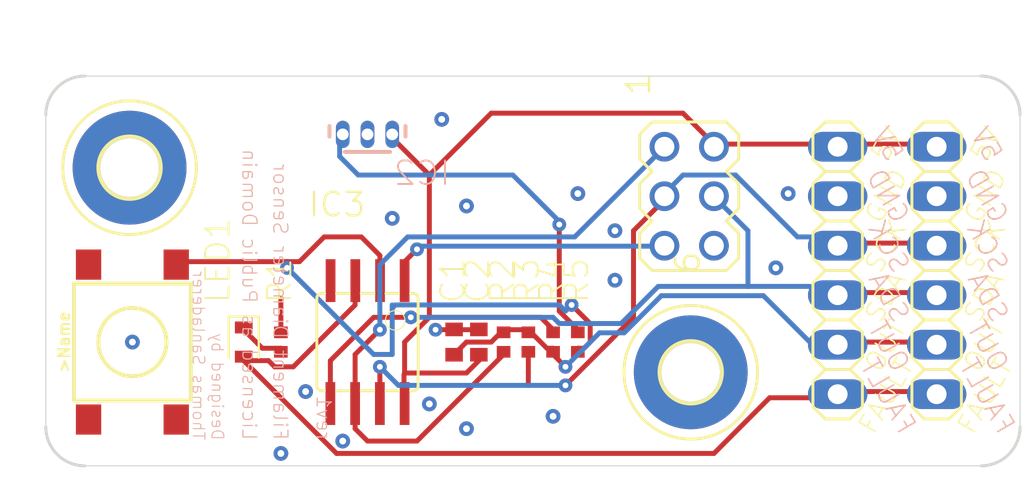
<source format=kicad_pcb>
(kicad_pcb (version 20171130) (host pcbnew "(5.1.9)-1")

  (general
    (thickness 1.6)
    (drawings 42)
    (tracks 184)
    (zones 0)
    (modules 16)
    (nets 12)
  )

  (page A4)
  (layers
    (0 Top signal)
    (31 Bottom signal)
    (32 B.Adhes user)
    (33 F.Adhes user)
    (34 B.Paste user)
    (35 F.Paste user)
    (36 B.SilkS user)
    (37 F.SilkS user)
    (38 B.Mask user)
    (39 F.Mask user)
    (40 Dwgs.User user)
    (41 Cmts.User user)
    (42 Eco1.User user)
    (43 Eco2.User user)
    (44 Edge.Cuts user)
    (45 Margin user)
    (46 B.CrtYd user)
    (47 F.CrtYd user)
    (48 B.Fab user)
    (49 F.Fab user)
  )

  (setup
    (last_trace_width 0.25)
    (trace_clearance 0.127)
    (zone_clearance 0.508)
    (zone_45_only no)
    (trace_min 0.2)
    (via_size 0.8)
    (via_drill 0.4)
    (via_min_size 0.4)
    (via_min_drill 0.3)
    (uvia_size 0.3)
    (uvia_drill 0.1)
    (uvias_allowed no)
    (uvia_min_size 0.2)
    (uvia_min_drill 0.1)
    (edge_width 0.05)
    (segment_width 0.2)
    (pcb_text_width 0.3)
    (pcb_text_size 1.5 1.5)
    (mod_edge_width 0.12)
    (mod_text_size 1 1)
    (mod_text_width 0.15)
    (pad_size 1.524 1.524)
    (pad_drill 0.762)
    (pad_to_mask_clearance 0)
    (aux_axis_origin 0 0)
    (visible_elements FFFFFF7F)
    (pcbplotparams
      (layerselection 0x010fc_ffffffff)
      (usegerberextensions false)
      (usegerberattributes true)
      (usegerberadvancedattributes true)
      (creategerberjobfile true)
      (excludeedgelayer true)
      (linewidth 0.100000)
      (plotframeref false)
      (viasonmask false)
      (mode 1)
      (useauxorigin false)
      (hpglpennumber 1)
      (hpglpenspeed 20)
      (hpglpendiameter 15.000000)
      (psnegative false)
      (psa4output false)
      (plotreference true)
      (plotvalue true)
      (plotinvisibletext false)
      (padsonsilk false)
      (subtractmaskfromsilk false)
      (outputformat 1)
      (mirror false)
      (drillshape 1)
      (scaleselection 1)
      (outputdirectory ""))
  )

  (net 0 "")
  (net 1 +5V)
  (net 2 GND)
  (net 3 /FAULT)
  (net 4 /OUT)
  (net 5 /SDA)
  (net 6 /SCK)
  (net 7 "Net-(IC2-Pad3)")
  (net 8 /RESET)
  (net 9 /MISO)
  (net 10 /IN)
  (net 11 "Net-(LED1-PadC)")

  (net_class Default "This is the default net class."
    (clearance 0.127)
    (trace_width 0.25)
    (via_dia 0.8)
    (via_drill 0.4)
    (uvia_dia 0.3)
    (uvia_drill 0.1)
    (add_net +5V)
    (add_net /FAULT)
    (add_net /IN)
    (add_net /MISO)
    (add_net /OUT)
    (add_net /RESET)
    (add_net /SCK)
    (add_net /SDA)
    (add_net GND)
    (add_net "Net-(IC2-Pad3)")
    (add_net "Net-(LED1-PadC)")
  )

  (module filaSens:SIP3-UA (layer Bottom) (tedit 0) (tstamp 6036B727)
    (at 140.0111 97.9936 180)
    (descr "<b>Type: 3-pin SIP, conventional leadframe</b><p>\nSource: http://www.allegromicro.com/en/Products/Packaging/pkghall1.pdf")
    (path /B2BFE474)
    (fp_text reference IC2 (at -1.27 -2.69875) (layer B.SilkS)
      (effects (font (size 1.2065 1.2065) (thickness 0.09652)) (justify right bottom mirror))
    )
    (fp_text value SS495 (at -2.54 1.405) (layer B.Fab)
      (effects (font (size 1.2065 1.2065) (thickness 0.09652)) (justify right bottom mirror))
    )
    (fp_line (start 1.95 0.425) (end -1.95 0.425) (layer B.Fab) (width 0.2032))
    (fp_line (start 1.95 -0.11) (end 1.95 0.425) (layer B.SilkS) (width 0.2032))
    (fp_line (start 1.16 -0.9) (end 1.95 -0.11) (layer B.Fab) (width 0.2032))
    (fp_line (start -1.16 -0.9) (end 1.16 -0.9) (layer B.SilkS) (width 0.2032))
    (fp_line (start -1.95 -0.11) (end -1.16 -0.9) (layer B.Fab) (width 0.2032))
    (fp_line (start -1.95 0.425) (end -1.95 -0.11) (layer B.SilkS) (width 0.2032))
    (pad 3 thru_hole oval (at 1.27 0 90) (size 1.4 0.7) (drill 0.6) (layers *.Cu *.Mask)
      (net 7 "Net-(IC2-Pad3)") (solder_mask_margin 0.1016))
    (pad 2 thru_hole oval (at 0 0 90) (size 1.4 0.7) (drill 0.6) (layers *.Cu *.Mask)
      (net 2 GND) (solder_mask_margin 0.1016))
    (pad 1 thru_hole oval (at -1.27 0 90) (size 1.4 0.7) (drill 0.6) (layers *.Cu *.Mask)
      (net 1 +5V) (solder_mask_margin 0.1016))
  )

  (module filaSens:1X06 (layer Top) (tedit 0) (tstamp 6036B733)
    (at 164.1411 104.9786 270)
    (descr "<b>PIN HEADER</b>")
    (path /235567EB)
    (fp_text reference JP1 (at -7.6962 -1.8288 270) (layer F.SilkS) hide
      (effects (font (size 1.2065 1.2065) (thickness 0.127)) (justify right top))
    )
    (fp_text value OUTPUT (at -7.62 3.175 270) (layer F.Fab) hide
      (effects (font (size 1.2065 1.2065) (thickness 0.1016)) (justify right top))
    )
    (fp_poly (pts (xy 6.096 0.254) (xy 6.604 0.254) (xy 6.604 -0.254) (xy 6.096 -0.254)) (layer F.Fab) (width 0))
    (fp_poly (pts (xy -6.604 0.254) (xy -6.096 0.254) (xy -6.096 -0.254) (xy -6.604 -0.254)) (layer F.Fab) (width 0))
    (fp_poly (pts (xy -4.064 0.254) (xy -3.556 0.254) (xy -3.556 -0.254) (xy -4.064 -0.254)) (layer F.Fab) (width 0))
    (fp_poly (pts (xy -1.524 0.254) (xy -1.016 0.254) (xy -1.016 -0.254) (xy -1.524 -0.254)) (layer F.Fab) (width 0))
    (fp_poly (pts (xy 1.016 0.254) (xy 1.524 0.254) (xy 1.524 -0.254) (xy 1.016 -0.254)) (layer F.Fab) (width 0))
    (fp_poly (pts (xy 3.556 0.254) (xy 4.064 0.254) (xy 4.064 -0.254) (xy 3.556 -0.254)) (layer F.Fab) (width 0))
    (fp_line (start 6.985 1.27) (end 5.715 1.27) (layer F.SilkS) (width 0.1524))
    (fp_line (start 5.08 0.635) (end 5.715 1.27) (layer F.SilkS) (width 0.1524))
    (fp_line (start 5.715 -1.27) (end 5.08 -0.635) (layer F.SilkS) (width 0.1524))
    (fp_line (start 7.62 0.635) (end 6.985 1.27) (layer F.SilkS) (width 0.1524))
    (fp_line (start 7.62 -0.635) (end 7.62 0.635) (layer F.SilkS) (width 0.1524))
    (fp_line (start 6.985 -1.27) (end 7.62 -0.635) (layer F.SilkS) (width 0.1524))
    (fp_line (start 5.715 -1.27) (end 6.985 -1.27) (layer F.SilkS) (width 0.1524))
    (fp_line (start -5.715 1.27) (end -6.985 1.27) (layer F.SilkS) (width 0.1524))
    (fp_line (start -7.62 0.635) (end -6.985 1.27) (layer F.SilkS) (width 0.1524))
    (fp_line (start -6.985 -1.27) (end -7.62 -0.635) (layer F.SilkS) (width 0.1524))
    (fp_line (start -7.62 -0.635) (end -7.62 0.635) (layer F.SilkS) (width 0.1524))
    (fp_line (start -4.445 1.27) (end -5.08 0.635) (layer F.SilkS) (width 0.1524))
    (fp_line (start -3.175 1.27) (end -4.445 1.27) (layer F.SilkS) (width 0.1524))
    (fp_line (start -2.54 0.635) (end -3.175 1.27) (layer F.SilkS) (width 0.1524))
    (fp_line (start -2.54 -0.635) (end -2.54 0.635) (layer F.SilkS) (width 0.1524))
    (fp_line (start -3.175 -1.27) (end -2.54 -0.635) (layer F.SilkS) (width 0.1524))
    (fp_line (start -4.445 -1.27) (end -3.175 -1.27) (layer F.SilkS) (width 0.1524))
    (fp_line (start -5.08 -0.635) (end -4.445 -1.27) (layer F.SilkS) (width 0.1524))
    (fp_line (start -5.08 0.635) (end -5.715 1.27) (layer F.SilkS) (width 0.1524))
    (fp_line (start -5.08 -0.635) (end -5.08 0.635) (layer F.SilkS) (width 0.1524))
    (fp_line (start -5.715 -1.27) (end -5.08 -0.635) (layer F.SilkS) (width 0.1524))
    (fp_line (start -6.985 -1.27) (end -5.715 -1.27) (layer F.SilkS) (width 0.1524))
    (fp_line (start 1.905 1.27) (end 0.635 1.27) (layer F.SilkS) (width 0.1524))
    (fp_line (start 0 0.635) (end 0.635 1.27) (layer F.SilkS) (width 0.1524))
    (fp_line (start 0.635 -1.27) (end 0 -0.635) (layer F.SilkS) (width 0.1524))
    (fp_line (start -1.905 1.27) (end -2.54 0.635) (layer F.SilkS) (width 0.1524))
    (fp_line (start -0.635 1.27) (end -1.905 1.27) (layer F.SilkS) (width 0.1524))
    (fp_line (start 0 0.635) (end -0.635 1.27) (layer F.SilkS) (width 0.1524))
    (fp_line (start 0 -0.635) (end 0 0.635) (layer F.SilkS) (width 0.1524))
    (fp_line (start -0.635 -1.27) (end 0 -0.635) (layer F.SilkS) (width 0.1524))
    (fp_line (start -1.905 -1.27) (end -0.635 -1.27) (layer F.SilkS) (width 0.1524))
    (fp_line (start -2.54 -0.635) (end -1.905 -1.27) (layer F.SilkS) (width 0.1524))
    (fp_line (start 3.175 1.27) (end 2.54 0.635) (layer F.SilkS) (width 0.1524))
    (fp_line (start 4.445 1.27) (end 3.175 1.27) (layer F.SilkS) (width 0.1524))
    (fp_line (start 5.08 0.635) (end 4.445 1.27) (layer F.SilkS) (width 0.1524))
    (fp_line (start 5.08 -0.635) (end 5.08 0.635) (layer F.SilkS) (width 0.1524))
    (fp_line (start 4.445 -1.27) (end 5.08 -0.635) (layer F.SilkS) (width 0.1524))
    (fp_line (start 3.175 -1.27) (end 4.445 -1.27) (layer F.SilkS) (width 0.1524))
    (fp_line (start 2.54 -0.635) (end 3.175 -1.27) (layer F.SilkS) (width 0.1524))
    (fp_line (start 2.54 0.635) (end 1.905 1.27) (layer F.SilkS) (width 0.1524))
    (fp_line (start 2.54 -0.635) (end 2.54 0.635) (layer F.SilkS) (width 0.1524))
    (fp_line (start 1.905 -1.27) (end 2.54 -0.635) (layer F.SilkS) (width 0.1524))
    (fp_line (start 0.635 -1.27) (end 1.905 -1.27) (layer F.SilkS) (width 0.1524))
    (pad 6 thru_hole oval (at 6.35 0) (size 3.048 1.524) (drill 1.016) (layers *.Cu *.Mask)
      (net 3 /FAULT) (solder_mask_margin 0.1016))
    (pad 5 thru_hole oval (at 3.81 0) (size 3.048 1.524) (drill 1.016) (layers *.Cu *.Mask)
      (net 4 /OUT) (solder_mask_margin 0.1016))
    (pad 4 thru_hole oval (at 1.27 0) (size 3.048 1.524) (drill 1.016) (layers *.Cu *.Mask)
      (net 5 /SDA) (solder_mask_margin 0.1016))
    (pad 3 thru_hole oval (at -1.27 0) (size 3.048 1.524) (drill 1.016) (layers *.Cu *.Mask)
      (net 6 /SCK) (solder_mask_margin 0.1016))
    (pad 2 thru_hole oval (at -3.81 0) (size 3.048 1.524) (drill 1.016) (layers *.Cu *.Mask)
      (net 2 GND) (solder_mask_margin 0.1016))
    (pad 1 thru_hole oval (at -6.35 0) (size 3.048 1.524) (drill 1.016) (layers *.Cu *.Mask)
      (net 1 +5V) (solder_mask_margin 0.1016))
  )

  (module filaSens:1X06 (layer Top) (tedit 0) (tstamp 6036B76D)
    (at 169.2211 104.9786 270)
    (descr "<b>PIN HEADER</b>")
    (path /46E31EBA)
    (fp_text reference JP2 (at -7.6962 -1.8288 270) (layer F.SilkS) hide
      (effects (font (size 1.2065 1.2065) (thickness 0.127)) (justify right top))
    )
    (fp_text value SUPPORT_ROW (at -7.62 3.175 270) (layer F.Fab) hide
      (effects (font (size 1.2065 1.2065) (thickness 0.1016)) (justify right top))
    )
    (fp_poly (pts (xy 6.096 0.254) (xy 6.604 0.254) (xy 6.604 -0.254) (xy 6.096 -0.254)) (layer F.Fab) (width 0))
    (fp_poly (pts (xy -6.604 0.254) (xy -6.096 0.254) (xy -6.096 -0.254) (xy -6.604 -0.254)) (layer F.Fab) (width 0))
    (fp_poly (pts (xy -4.064 0.254) (xy -3.556 0.254) (xy -3.556 -0.254) (xy -4.064 -0.254)) (layer F.Fab) (width 0))
    (fp_poly (pts (xy -1.524 0.254) (xy -1.016 0.254) (xy -1.016 -0.254) (xy -1.524 -0.254)) (layer F.Fab) (width 0))
    (fp_poly (pts (xy 1.016 0.254) (xy 1.524 0.254) (xy 1.524 -0.254) (xy 1.016 -0.254)) (layer F.Fab) (width 0))
    (fp_poly (pts (xy 3.556 0.254) (xy 4.064 0.254) (xy 4.064 -0.254) (xy 3.556 -0.254)) (layer F.Fab) (width 0))
    (fp_line (start 6.985 1.27) (end 5.715 1.27) (layer F.SilkS) (width 0.1524))
    (fp_line (start 5.08 0.635) (end 5.715 1.27) (layer F.SilkS) (width 0.1524))
    (fp_line (start 5.715 -1.27) (end 5.08 -0.635) (layer F.SilkS) (width 0.1524))
    (fp_line (start 7.62 0.635) (end 6.985 1.27) (layer F.SilkS) (width 0.1524))
    (fp_line (start 7.62 -0.635) (end 7.62 0.635) (layer F.SilkS) (width 0.1524))
    (fp_line (start 6.985 -1.27) (end 7.62 -0.635) (layer F.SilkS) (width 0.1524))
    (fp_line (start 5.715 -1.27) (end 6.985 -1.27) (layer F.SilkS) (width 0.1524))
    (fp_line (start -5.715 1.27) (end -6.985 1.27) (layer F.SilkS) (width 0.1524))
    (fp_line (start -7.62 0.635) (end -6.985 1.27) (layer F.SilkS) (width 0.1524))
    (fp_line (start -6.985 -1.27) (end -7.62 -0.635) (layer F.SilkS) (width 0.1524))
    (fp_line (start -7.62 -0.635) (end -7.62 0.635) (layer F.SilkS) (width 0.1524))
    (fp_line (start -4.445 1.27) (end -5.08 0.635) (layer F.SilkS) (width 0.1524))
    (fp_line (start -3.175 1.27) (end -4.445 1.27) (layer F.SilkS) (width 0.1524))
    (fp_line (start -2.54 0.635) (end -3.175 1.27) (layer F.SilkS) (width 0.1524))
    (fp_line (start -2.54 -0.635) (end -2.54 0.635) (layer F.SilkS) (width 0.1524))
    (fp_line (start -3.175 -1.27) (end -2.54 -0.635) (layer F.SilkS) (width 0.1524))
    (fp_line (start -4.445 -1.27) (end -3.175 -1.27) (layer F.SilkS) (width 0.1524))
    (fp_line (start -5.08 -0.635) (end -4.445 -1.27) (layer F.SilkS) (width 0.1524))
    (fp_line (start -5.08 0.635) (end -5.715 1.27) (layer F.SilkS) (width 0.1524))
    (fp_line (start -5.08 -0.635) (end -5.08 0.635) (layer F.SilkS) (width 0.1524))
    (fp_line (start -5.715 -1.27) (end -5.08 -0.635) (layer F.SilkS) (width 0.1524))
    (fp_line (start -6.985 -1.27) (end -5.715 -1.27) (layer F.SilkS) (width 0.1524))
    (fp_line (start 1.905 1.27) (end 0.635 1.27) (layer F.SilkS) (width 0.1524))
    (fp_line (start 0 0.635) (end 0.635 1.27) (layer F.SilkS) (width 0.1524))
    (fp_line (start 0.635 -1.27) (end 0 -0.635) (layer F.SilkS) (width 0.1524))
    (fp_line (start -1.905 1.27) (end -2.54 0.635) (layer F.SilkS) (width 0.1524))
    (fp_line (start -0.635 1.27) (end -1.905 1.27) (layer F.SilkS) (width 0.1524))
    (fp_line (start 0 0.635) (end -0.635 1.27) (layer F.SilkS) (width 0.1524))
    (fp_line (start 0 -0.635) (end 0 0.635) (layer F.SilkS) (width 0.1524))
    (fp_line (start -0.635 -1.27) (end 0 -0.635) (layer F.SilkS) (width 0.1524))
    (fp_line (start -1.905 -1.27) (end -0.635 -1.27) (layer F.SilkS) (width 0.1524))
    (fp_line (start -2.54 -0.635) (end -1.905 -1.27) (layer F.SilkS) (width 0.1524))
    (fp_line (start 3.175 1.27) (end 2.54 0.635) (layer F.SilkS) (width 0.1524))
    (fp_line (start 4.445 1.27) (end 3.175 1.27) (layer F.SilkS) (width 0.1524))
    (fp_line (start 5.08 0.635) (end 4.445 1.27) (layer F.SilkS) (width 0.1524))
    (fp_line (start 5.08 -0.635) (end 5.08 0.635) (layer F.SilkS) (width 0.1524))
    (fp_line (start 4.445 -1.27) (end 5.08 -0.635) (layer F.SilkS) (width 0.1524))
    (fp_line (start 3.175 -1.27) (end 4.445 -1.27) (layer F.SilkS) (width 0.1524))
    (fp_line (start 2.54 -0.635) (end 3.175 -1.27) (layer F.SilkS) (width 0.1524))
    (fp_line (start 2.54 0.635) (end 1.905 1.27) (layer F.SilkS) (width 0.1524))
    (fp_line (start 2.54 -0.635) (end 2.54 0.635) (layer F.SilkS) (width 0.1524))
    (fp_line (start 1.905 -1.27) (end 2.54 -0.635) (layer F.SilkS) (width 0.1524))
    (fp_line (start 0.635 -1.27) (end 1.905 -1.27) (layer F.SilkS) (width 0.1524))
    (pad 6 thru_hole oval (at 6.35 0) (size 3.048 1.524) (drill 1.016) (layers *.Cu *.Mask)
      (net 3 /FAULT) (solder_mask_margin 0.1016))
    (pad 5 thru_hole oval (at 3.81 0) (size 3.048 1.524) (drill 1.016) (layers *.Cu *.Mask)
      (net 4 /OUT) (solder_mask_margin 0.1016))
    (pad 4 thru_hole oval (at 1.27 0) (size 3.048 1.524) (drill 1.016) (layers *.Cu *.Mask)
      (net 5 /SDA) (solder_mask_margin 0.1016))
    (pad 3 thru_hole oval (at -1.27 0) (size 3.048 1.524) (drill 1.016) (layers *.Cu *.Mask)
      (net 6 /SCK) (solder_mask_margin 0.1016))
    (pad 2 thru_hole oval (at -3.81 0) (size 3.048 1.524) (drill 1.016) (layers *.Cu *.Mask)
      (net 2 GND) (solder_mask_margin 0.1016))
    (pad 1 thru_hole oval (at -6.35 0) (size 3.048 1.524) (drill 1.016) (layers *.Cu *.Mask)
      (net 1 +5V) (solder_mask_margin 0.1016))
  )

  (module filaSens:3,0-PAD (layer Top) (tedit 0) (tstamp 6036B7A7)
    (at 156.6011 110.2036)
    (descr "<b>MOUNTING PAD</b> 3.0 mm, round")
    (path /9910BFD8)
    (fp_text reference H1 (at 0 0) (layer F.SilkS) hide
      (effects (font (size 1.27 1.27) (thickness 0.15)))
    )
    (fp_text value MOUNT-PAD-ROUND3.0 (at 0 0) (layer F.SilkS) hide
      (effects (font (size 1.27 1.27) (thickness 0.15)))
    )
    (fp_text user 3,0 (at -1.27 3.81) (layer Cmts.User)
      (effects (font (size 1.2065 1.2065) (thickness 0.1016)) (justify left bottom))
    )
    (fp_circle (center 0 0) (end 1.6 0) (layer F.SilkS) (width 0.2032))
    (fp_circle (center 0 0) (end 3.556 0) (layer Dwgs.User) (width 1.016))
    (fp_circle (center 0 0) (end 3.556 0) (layer Dwgs.User) (width 1.016))
    (fp_circle (center 0 0) (end 3.556 0) (layer Dwgs.User) (width 1.016))
    (fp_circle (center 0 0) (end 0.762 0) (layer F.Fab) (width 0.4572))
    (fp_circle (center 0 0) (end 3.429 0) (layer F.SilkS) (width 0.1524))
    (fp_arc (start 0 0) (end 0 -2.159) (angle 90) (layer F.Fab) (width 2.4892))
    (fp_arc (start 0 0) (end -2.159 0) (angle -90) (layer F.Fab) (width 2.4892))
    (pad B3,0 thru_hole circle (at 0 0) (size 5.842 5.842) (drill 3) (layers *.Cu *.Mask)
      (net 2 GND) (solder_mask_margin 0.1016))
  )

  (module filaSens:3,0-PAD (layer Top) (tedit 0) (tstamp 6036B7B4)
    (at 127.8011 99.7036)
    (descr "<b>MOUNTING PAD</b> 3.0 mm, round")
    (path /5D268E00)
    (fp_text reference H2 (at 0 0) (layer F.SilkS) hide
      (effects (font (size 1.27 1.27) (thickness 0.15)))
    )
    (fp_text value MOUNT-PAD-ROUND3.0 (at 0 0) (layer F.SilkS) hide
      (effects (font (size 1.27 1.27) (thickness 0.15)))
    )
    (fp_text user 3,0 (at -1.27 3.81) (layer Cmts.User)
      (effects (font (size 1.2065 1.2065) (thickness 0.1016)) (justify left bottom))
    )
    (fp_circle (center 0 0) (end 1.6 0) (layer F.SilkS) (width 0.2032))
    (fp_circle (center 0 0) (end 3.556 0) (layer Dwgs.User) (width 1.016))
    (fp_circle (center 0 0) (end 3.556 0) (layer Dwgs.User) (width 1.016))
    (fp_circle (center 0 0) (end 3.556 0) (layer Dwgs.User) (width 1.016))
    (fp_circle (center 0 0) (end 0.762 0) (layer F.Fab) (width 0.4572))
    (fp_circle (center 0 0) (end 3.429 0) (layer F.SilkS) (width 0.1524))
    (fp_arc (start 0 0) (end 0 -2.159) (angle 90) (layer F.Fab) (width 2.4892))
    (fp_arc (start 0 0) (end -2.159 0) (angle -90) (layer F.Fab) (width 2.4892))
    (pad B3,0 thru_hole circle (at 0 0) (size 5.842 5.842) (drill 3) (layers *.Cu *.Mask)
      (net 2 GND) (solder_mask_margin 0.1016))
  )

  (module filaSens:MA03-2 (layer Top) (tedit 0) (tstamp 6036B7C1)
    (at 156.5211 101.1686 270)
    (descr "<b>PIN HEADER</b>")
    (path /C9A7A6AE)
    (fp_text reference SV1 (at -3.81 -2.921 270) (layer F.SilkS) hide
      (effects (font (size 1.2065 1.2065) (thickness 0.127)) (justify right top))
    )
    (fp_text value ISP (at -0.135 4.1275 90) (layer F.Fab)
      (effects (font (size 1.2065 1.2065) (thickness 0.12065)) (justify left bottom))
    )
    (fp_poly (pts (xy 2.286 -1.016) (xy 2.794 -1.016) (xy 2.794 -1.524) (xy 2.286 -1.524)) (layer F.Fab) (width 0))
    (fp_poly (pts (xy -0.254 -1.016) (xy 0.254 -1.016) (xy 0.254 -1.524) (xy -0.254 -1.524)) (layer F.Fab) (width 0))
    (fp_poly (pts (xy -2.794 -1.016) (xy -2.286 -1.016) (xy -2.286 -1.524) (xy -2.794 -1.524)) (layer F.Fab) (width 0))
    (fp_poly (pts (xy 2.286 1.524) (xy 2.794 1.524) (xy 2.794 1.016) (xy 2.286 1.016)) (layer F.Fab) (width 0))
    (fp_poly (pts (xy -2.794 1.524) (xy -2.286 1.524) (xy -2.286 1.016) (xy -2.794 1.016)) (layer F.Fab) (width 0))
    (fp_poly (pts (xy -0.254 1.524) (xy 0.254 1.524) (xy 0.254 1.016) (xy -0.254 1.016)) (layer F.Fab) (width 0))
    (fp_text user 6 (at 4.064 -0.635 270) (layer F.SilkS)
      (effects (font (size 1.2065 1.2065) (thickness 0.127)) (justify left bottom))
    )
    (fp_text user 1 (at -5.08 1.905 270) (layer F.SilkS)
      (effects (font (size 1.2065 1.2065) (thickness 0.127)) (justify left bottom))
    )
    (fp_line (start 1.905 2.54) (end 1.27 1.905) (layer F.SilkS) (width 0.1524))
    (fp_line (start 3.175 2.54) (end 1.905 2.54) (layer F.SilkS) (width 0.1524))
    (fp_line (start 3.81 1.905) (end 3.175 2.54) (layer F.SilkS) (width 0.1524))
    (fp_line (start -1.905 2.54) (end -3.175 2.54) (layer F.SilkS) (width 0.1524))
    (fp_line (start -3.81 1.905) (end -3.175 2.54) (layer F.SilkS) (width 0.1524))
    (fp_line (start -3.81 -1.905) (end -3.81 1.905) (layer F.SilkS) (width 0.1524))
    (fp_line (start -0.635 2.54) (end -1.27 1.905) (layer F.SilkS) (width 0.1524))
    (fp_line (start 0.635 2.54) (end -0.635 2.54) (layer F.SilkS) (width 0.1524))
    (fp_line (start 1.27 1.905) (end 0.635 2.54) (layer F.SilkS) (width 0.1524))
    (fp_line (start -1.27 1.905) (end -1.905 2.54) (layer F.SilkS) (width 0.1524))
    (fp_line (start 3.81 -1.905) (end 3.81 1.905) (layer F.SilkS) (width 0.1524))
    (fp_line (start 3.175 -2.54) (end 3.81 -1.905) (layer F.SilkS) (width 0.1524))
    (fp_line (start 1.905 -2.54) (end 3.175 -2.54) (layer F.SilkS) (width 0.1524))
    (fp_line (start 1.27 -1.905) (end 1.905 -2.54) (layer F.SilkS) (width 0.1524))
    (fp_line (start -3.175 -2.54) (end -3.81 -1.905) (layer F.SilkS) (width 0.1524))
    (fp_line (start 0.635 -2.54) (end 1.27 -1.905) (layer F.SilkS) (width 0.1524))
    (fp_line (start -0.635 -2.54) (end 0.635 -2.54) (layer F.SilkS) (width 0.1524))
    (fp_line (start -1.27 -1.905) (end -0.635 -2.54) (layer F.SilkS) (width 0.1524))
    (fp_line (start -1.905 -2.54) (end -1.27 -1.905) (layer F.SilkS) (width 0.1524))
    (fp_line (start -3.175 -2.54) (end -1.905 -2.54) (layer F.SilkS) (width 0.1524))
    (pad 6 thru_hole circle (at 2.54 -1.27 270) (size 1.524 1.524) (drill 1.016) (layers *.Cu *.Mask)
      (net 2 GND) (solder_mask_margin 0.1016))
    (pad 4 thru_hole circle (at 0 -1.27 270) (size 1.524 1.524) (drill 1.016) (layers *.Cu *.Mask)
      (net 5 /SDA) (solder_mask_margin 0.1016))
    (pad 2 thru_hole circle (at -2.54 -1.27 270) (size 1.524 1.524) (drill 1.016) (layers *.Cu *.Mask)
      (net 1 +5V) (solder_mask_margin 0.1016))
    (pad 5 thru_hole circle (at 2.54 1.27 270) (size 1.524 1.524) (drill 1.016) (layers *.Cu *.Mask)
      (net 8 /RESET) (solder_mask_margin 0.1016))
    (pad 3 thru_hole circle (at 0 1.27 270) (size 1.524 1.524) (drill 1.016) (layers *.Cu *.Mask)
      (net 6 /SCK) (solder_mask_margin 0.1016))
    (pad 1 thru_hole circle (at -2.54 1.27 270) (size 1.524 1.524) (drill 1.016) (layers *.Cu *.Mask)
      (net 9 /MISO) (solder_mask_margin 0.1016))
  )

  (module filaSens:SOIC8 (layer Top) (tedit 0) (tstamp 6036B7E6)
    (at 140.0111 108.6536 180)
    (descr "<B>Wide Plastic Gull Wing Small Outline Package</B>")
    (path /40F764B3)
    (fp_text reference IC3 (at 3.1115 6.35) (layer F.SilkS)
      (effects (font (size 1.2065 1.2065) (thickness 0.12065)) (justify left bottom))
    )
    (fp_text value TINY85 (at 3.1115 4.826) (layer F.Fab)
      (effects (font (size 1.2065 1.2065) (thickness 0.12065)) (justify left bottom))
    )
    (fp_poly (pts (xy -2.08 3.4) (xy -1.73 3.4) (xy -1.73 2.5) (xy -2.08 2.5)) (layer F.Fab) (width 0))
    (fp_poly (pts (xy -0.82 3.4) (xy -0.47 3.4) (xy -0.47 2.5) (xy -0.82 2.5)) (layer F.Fab) (width 0))
    (fp_poly (pts (xy 0.45 3.4) (xy 0.8 3.4) (xy 0.8 2.5) (xy 0.45 2.5)) (layer F.Fab) (width 0))
    (fp_poly (pts (xy 1.72 3.4) (xy 2.07 3.4) (xy 2.07 2.5) (xy 1.72 2.5)) (layer F.Fab) (width 0))
    (fp_poly (pts (xy 1.73 -2.5) (xy 2.08 -2.5) (xy 2.08 -3.4) (xy 1.73 -3.4)) (layer F.Fab) (width 0))
    (fp_poly (pts (xy 0.46 -2.5) (xy 0.81 -2.5) (xy 0.81 -3.4) (xy 0.46 -3.4)) (layer F.Fab) (width 0))
    (fp_poly (pts (xy -0.81 -2.5) (xy -0.46 -2.5) (xy -0.46 -3.4) (xy -0.81 -3.4)) (layer F.Fab) (width 0))
    (fp_poly (pts (xy -2.08 -2.5) (xy -1.73 -2.5) (xy -1.73 -3.4) (xy -2.08 -3.4)) (layer F.Fab) (width 0))
    (fp_circle (center -1.42 1.115) (end -0.92 1.115) (layer F.SilkS) (width 0.0508))
    (fp_line (start 2.6 2.25) (end 2.6 -2.25) (layer F.SilkS) (width 0.1524))
    (fp_line (start -2.6 -2.25) (end -2.6 2.24) (layer F.SilkS) (width 0.1524))
    (fp_line (start -2.21 2.5) (end -2.34 2.5) (layer F.SilkS) (width 0.1524))
    (fp_line (start -0.95 2.5) (end -1.59 2.5) (layer F.SilkS) (width 0.1524))
    (fp_line (start 0.32 2.5) (end -0.33 2.5) (layer F.SilkS) (width 0.1524))
    (fp_line (start 1.59 2.5) (end 0.94 2.5) (layer F.SilkS) (width 0.1524))
    (fp_line (start 2.2 2.5) (end 2.33 2.5) (layer F.SilkS) (width 0.1524))
    (fp_line (start 2.21 -2.5) (end 2.36 -2.5) (layer F.SilkS) (width 0.1524))
    (fp_line (start 0.95 -2.5) (end 1.59 -2.5) (layer F.SilkS) (width 0.1524))
    (fp_line (start -0.32 -2.5) (end 0.32 -2.5) (layer F.SilkS) (width 0.1524))
    (fp_line (start -1.59 -2.5) (end -0.95 -2.5) (layer F.SilkS) (width 0.1524))
    (fp_line (start -2.21 -2.5) (end -2.34 -2.5) (layer F.SilkS) (width 0.1524))
    (fp_line (start -2.34 -2.5) (end 2.36 -2.5) (layer F.Fab) (width 0.1524))
    (fp_line (start 2.36 2.5) (end -2.34 2.5) (layer F.Fab) (width 0.1524))
    (fp_arc (start -2.35 2.25) (end -2.6 2.25) (angle -90) (layer F.SilkS) (width 0.1524))
    (fp_arc (start 2.35 2.25) (end 2.35 2.5) (angle -90) (layer F.SilkS) (width 0.1524))
    (fp_arc (start 2.35 -2.25) (end 2.35 -2.5) (angle 90) (layer F.SilkS) (width 0.1524))
    (fp_arc (start -2.35 -2.25) (end -2.6 -2.25) (angle 90) (layer F.SilkS) (width 0.1524))
    (pad 5 smd rect (at 1.905 -3.154 180) (size 0.5 2.2) (layers Top F.Paste F.Mask)
      (net 5 /SDA) (solder_mask_margin 0.1016))
    (pad 6 smd rect (at 0.635 -3.154 180) (size 0.5 2.2) (layers Top F.Paste F.Mask)
      (net 9 /MISO) (solder_mask_margin 0.1016))
    (pad 7 smd rect (at -0.635 -3.154 180) (size 0.5 2.2) (layers Top F.Paste F.Mask)
      (net 6 /SCK) (solder_mask_margin 0.1016))
    (pad 8 smd rect (at -1.905 -3.154 180) (size 0.5 2.2) (layers Top F.Paste F.Mask)
      (net 1 +5V) (solder_mask_margin 0.1016))
    (pad 4 smd rect (at 1.895 3.154 180) (size 0.5 2.2) (layers Top F.Paste F.Mask)
      (net 2 GND) (solder_mask_margin 0.1016))
    (pad 3 smd rect (at 0.625 3.154 180) (size 0.5 2.2) (layers Top F.Paste F.Mask)
      (net 3 /FAULT) (solder_mask_margin 0.1016))
    (pad 2 smd rect (at -0.645 3.154 180) (size 0.5 2.2) (layers Top F.Paste F.Mask)
      (net 10 /IN) (solder_mask_margin 0.1016))
    (pad 1 smd rect (at -1.905 3.154 180) (size 0.5 2.2) (layers Top F.Paste F.Mask)
      (net 8 /RESET) (solder_mask_margin 0.1016))
  )

  (module filaSens:R0402 (layer Top) (tedit 0) (tstamp 6036B80C)
    (at 146.9961 108.6536 90)
    (descr "<b>Chip RESISTOR 0402 EIA (1005 Metric)</b>")
    (path /C0D1C9B9)
    (fp_text reference R2 (at 1.905 0.635 90) (layer F.SilkS)
      (effects (font (size 1.2065 1.2065) (thickness 0.09652)) (justify left bottom))
    )
    (fp_text value 36k (at -1.905 -0.635 90) (layer F.Fab)
      (effects (font (size 1.2065 1.2065) (thickness 0.09652)) (justify left bottom))
    )
    (fp_poly (pts (xy -0.1999 0.35) (xy 0.1999 0.35) (xy 0.1999 -0.35) (xy -0.1999 -0.35)) (layer F.Adhes) (width 0))
    (fp_poly (pts (xy 0.2588 0.3048) (xy 0.5588 0.3048) (xy 0.5588 -0.2951) (xy 0.2588 -0.2951)) (layer F.Fab) (width 0))
    (fp_poly (pts (xy -0.554 0.3048) (xy -0.254 0.3048) (xy -0.254 -0.2951) (xy -0.554 -0.2951)) (layer F.Fab) (width 0))
    (fp_line (start -1 0.483) (end -1 -0.483) (layer Dwgs.User) (width 0.0508))
    (fp_line (start 1 0.483) (end -1 0.483) (layer Dwgs.User) (width 0.0508))
    (fp_line (start 1 -0.483) (end 1 0.483) (layer Dwgs.User) (width 0.0508))
    (fp_line (start -1 -0.483) (end 1 -0.483) (layer Dwgs.User) (width 0.0508))
    (fp_line (start 0.245 0.224) (end -0.245 0.224) (layer F.Fab) (width 0.1524))
    (fp_line (start -0.245 -0.224) (end 0.245 -0.224) (layer F.Fab) (width 0.1524))
    (pad 2 smd rect (at 0.5 0 90) (size 0.6 0.7) (layers Top F.Paste F.Mask)
      (net 4 /OUT) (solder_mask_margin 0.1016))
    (pad 1 smd rect (at -0.5 0 90) (size 0.6 0.7) (layers Top F.Paste F.Mask)
      (net 9 /MISO) (solder_mask_margin 0.1016))
  )

  (module filaSens:R0402 (layer Top) (tedit 0) (tstamp 6036B81A)
    (at 135.5661 108.6536 90)
    (descr "<b>Chip RESISTOR 0402 EIA (1005 Metric)</b>")
    (path /DDF01354)
    (fp_text reference R1 (at 1.905 0.635 90) (layer F.SilkS)
      (effects (font (size 1.2065 1.2065) (thickness 0.09652)) (justify left bottom))
    )
    (fp_text value 1k (at -1.905 -0.635 90) (layer F.Fab)
      (effects (font (size 1.2065 1.2065) (thickness 0.09652)) (justify left bottom))
    )
    (fp_poly (pts (xy -0.1999 0.35) (xy 0.1999 0.35) (xy 0.1999 -0.35) (xy -0.1999 -0.35)) (layer F.Adhes) (width 0))
    (fp_poly (pts (xy 0.2588 0.3048) (xy 0.5588 0.3048) (xy 0.5588 -0.2951) (xy 0.2588 -0.2951)) (layer F.Fab) (width 0))
    (fp_poly (pts (xy -0.554 0.3048) (xy -0.254 0.3048) (xy -0.254 -0.2951) (xy -0.554 -0.2951)) (layer F.Fab) (width 0))
    (fp_line (start -1 0.483) (end -1 -0.483) (layer Dwgs.User) (width 0.0508))
    (fp_line (start 1 0.483) (end -1 0.483) (layer Dwgs.User) (width 0.0508))
    (fp_line (start 1 -0.483) (end 1 0.483) (layer Dwgs.User) (width 0.0508))
    (fp_line (start -1 -0.483) (end 1 -0.483) (layer Dwgs.User) (width 0.0508))
    (fp_line (start 0.245 0.224) (end -0.245 0.224) (layer F.Fab) (width 0.1524))
    (fp_line (start -0.245 -0.224) (end 0.245 -0.224) (layer F.Fab) (width 0.1524))
    (pad 2 smd rect (at 0.5 0 90) (size 0.6 0.7) (layers Top F.Paste F.Mask)
      (net 2 GND) (solder_mask_margin 0.1016))
    (pad 1 smd rect (at -0.5 0 90) (size 0.6 0.7) (layers Top F.Paste F.Mask)
      (net 11 "Net-(LED1-PadC)") (solder_mask_margin 0.1016))
  )

  (module filaSens:R0402 (layer Top) (tedit 0) (tstamp 6036B828)
    (at 149.5361 108.6536 90)
    (descr "<b>Chip RESISTOR 0402 EIA (1005 Metric)</b>")
    (path /9335F57E)
    (fp_text reference R4 (at 1.905 0.635 90) (layer F.SilkS)
      (effects (font (size 1.2065 1.2065) (thickness 0.09652)) (justify left bottom))
    )
    (fp_text value 18k (at -1.905 0.635 90) (layer F.Fab)
      (effects (font (size 1.2065 1.2065) (thickness 0.09652)) (justify left bottom))
    )
    (fp_poly (pts (xy -0.1999 0.35) (xy 0.1999 0.35) (xy 0.1999 -0.35) (xy -0.1999 -0.35)) (layer F.Adhes) (width 0))
    (fp_poly (pts (xy 0.2588 0.3048) (xy 0.5588 0.3048) (xy 0.5588 -0.2951) (xy 0.2588 -0.2951)) (layer F.Fab) (width 0))
    (fp_poly (pts (xy -0.554 0.3048) (xy -0.254 0.3048) (xy -0.254 -0.2951) (xy -0.554 -0.2951)) (layer F.Fab) (width 0))
    (fp_line (start -1 0.483) (end -1 -0.483) (layer Dwgs.User) (width 0.0508))
    (fp_line (start 1 0.483) (end -1 0.483) (layer Dwgs.User) (width 0.0508))
    (fp_line (start 1 -0.483) (end 1 0.483) (layer Dwgs.User) (width 0.0508))
    (fp_line (start -1 -0.483) (end 1 -0.483) (layer Dwgs.User) (width 0.0508))
    (fp_line (start 0.245 0.224) (end -0.245 0.224) (layer F.Fab) (width 0.1524))
    (fp_line (start -0.245 -0.224) (end 0.245 -0.224) (layer F.Fab) (width 0.1524))
    (pad 2 smd rect (at 0.5 0 90) (size 0.6 0.7) (layers Top F.Paste F.Mask)
      (net 1 +5V) (solder_mask_margin 0.1016))
    (pad 1 smd rect (at -0.5 0 90) (size 0.6 0.7) (layers Top F.Paste F.Mask)
      (net 4 /OUT) (solder_mask_margin 0.1016))
  )

  (module filaSens:R0402 (layer Top) (tedit 0) (tstamp 6036B836)
    (at 148.2661 108.6536 90)
    (descr "<b>Chip RESISTOR 0402 EIA (1005 Metric)</b>")
    (path /B3FB3AD2)
    (fp_text reference R3 (at 1.905 0.635 90) (layer F.SilkS)
      (effects (font (size 1.2065 1.2065) (thickness 0.09652)) (justify left bottom))
    )
    (fp_text value 9k1 (at -1.905 -0.635 90) (layer F.Fab)
      (effects (font (size 1.2065 1.2065) (thickness 0.09652)) (justify left bottom))
    )
    (fp_poly (pts (xy -0.1999 0.35) (xy 0.1999 0.35) (xy 0.1999 -0.35) (xy -0.1999 -0.35)) (layer F.Adhes) (width 0))
    (fp_poly (pts (xy 0.2588 0.3048) (xy 0.5588 0.3048) (xy 0.5588 -0.2951) (xy 0.2588 -0.2951)) (layer F.Fab) (width 0))
    (fp_poly (pts (xy -0.554 0.3048) (xy -0.254 0.3048) (xy -0.254 -0.2951) (xy -0.554 -0.2951)) (layer F.Fab) (width 0))
    (fp_line (start -1 0.483) (end -1 -0.483) (layer Dwgs.User) (width 0.0508))
    (fp_line (start 1 0.483) (end -1 0.483) (layer Dwgs.User) (width 0.0508))
    (fp_line (start 1 -0.483) (end 1 0.483) (layer Dwgs.User) (width 0.0508))
    (fp_line (start -1 -0.483) (end 1 -0.483) (layer Dwgs.User) (width 0.0508))
    (fp_line (start 0.245 0.224) (end -0.245 0.224) (layer F.Fab) (width 0.1524))
    (fp_line (start -0.245 -0.224) (end 0.245 -0.224) (layer F.Fab) (width 0.1524))
    (pad 2 smd rect (at 0.5 0 90) (size 0.6 0.7) (layers Top F.Paste F.Mask)
      (net 4 /OUT) (solder_mask_margin 0.1016))
    (pad 1 smd rect (at -0.5 0 90) (size 0.6 0.7) (layers Top F.Paste F.Mask)
      (net 2 GND) (solder_mask_margin 0.1016))
  )

  (module filaSens:R0402 (layer Top) (tedit 0) (tstamp 6036B844)
    (at 150.8061 108.6536 90)
    (descr "<b>Chip RESISTOR 0402 EIA (1005 Metric)</b>")
    (path /47D19289)
    (fp_text reference R5 (at 1.905 0.635 90) (layer F.SilkS)
      (effects (font (size 1.2065 1.2065) (thickness 0.09652)) (justify left bottom))
    )
    (fp_text value 4k7 (at -1.905 -1.905 90) (layer F.Fab)
      (effects (font (size 1.2065 1.2065) (thickness 0.09652)) (justify left bottom))
    )
    (fp_poly (pts (xy -0.1999 0.35) (xy 0.1999 0.35) (xy 0.1999 -0.35) (xy -0.1999 -0.35)) (layer F.Adhes) (width 0))
    (fp_poly (pts (xy 0.2588 0.3048) (xy 0.5588 0.3048) (xy 0.5588 -0.2951) (xy 0.2588 -0.2951)) (layer F.Fab) (width 0))
    (fp_poly (pts (xy -0.554 0.3048) (xy -0.254 0.3048) (xy -0.254 -0.2951) (xy -0.554 -0.2951)) (layer F.Fab) (width 0))
    (fp_line (start -1 0.483) (end -1 -0.483) (layer Dwgs.User) (width 0.0508))
    (fp_line (start 1 0.483) (end -1 0.483) (layer Dwgs.User) (width 0.0508))
    (fp_line (start 1 -0.483) (end 1 0.483) (layer Dwgs.User) (width 0.0508))
    (fp_line (start -1 -0.483) (end 1 -0.483) (layer Dwgs.User) (width 0.0508))
    (fp_line (start 0.245 0.224) (end -0.245 0.224) (layer F.Fab) (width 0.1524))
    (fp_line (start -0.245 -0.224) (end 0.245 -0.224) (layer F.Fab) (width 0.1524))
    (pad 2 smd rect (at 0.5 0 90) (size 0.6 0.7) (layers Top F.Paste F.Mask)
      (net 7 "Net-(IC2-Pad3)") (solder_mask_margin 0.1016))
    (pad 1 smd rect (at -0.5 0 90) (size 0.6 0.7) (layers Top F.Paste F.Mask)
      (net 10 /IN) (solder_mask_margin 0.1016))
  )

  (module filaSens:C0402 (layer Top) (tedit 0) (tstamp 6036B852)
    (at 144.4561 108.6536 90)
    (descr <b>CAPACITOR</b>)
    (path /E7D47EA7)
    (fp_text reference C1 (at 1.905 0.635 90) (layer F.SilkS)
      (effects (font (size 1.2065 1.2065) (thickness 0.09652)) (justify left bottom))
    )
    (fp_text value 10uF (at -1.905 -0.635 90) (layer F.Fab)
      (effects (font (size 1.2065 1.2065) (thickness 0.09652)) (justify left bottom))
    )
    (fp_poly (pts (xy -0.1999 0.3) (xy 0.1999 0.3) (xy 0.1999 -0.3) (xy -0.1999 -0.3)) (layer F.Adhes) (width 0))
    (fp_poly (pts (xy 0.2588 0.3048) (xy 0.5588 0.3048) (xy 0.5588 -0.2951) (xy 0.2588 -0.2951)) (layer F.Fab) (width 0))
    (fp_poly (pts (xy -0.554 0.3048) (xy -0.254 0.3048) (xy -0.254 -0.2951) (xy -0.554 -0.2951)) (layer F.Fab) (width 0))
    (fp_line (start -1.473 0.483) (end -1.473 -0.483) (layer Dwgs.User) (width 0.0508))
    (fp_line (start 1.473 0.483) (end -1.473 0.483) (layer Dwgs.User) (width 0.0508))
    (fp_line (start 1.473 -0.483) (end 1.473 0.483) (layer Dwgs.User) (width 0.0508))
    (fp_line (start -1.473 -0.483) (end 1.473 -0.483) (layer Dwgs.User) (width 0.0508))
    (fp_line (start 0.245 0.224) (end -0.245 0.224) (layer F.Fab) (width 0.1524))
    (fp_line (start -0.245 -0.224) (end 0.245 -0.224) (layer F.Fab) (width 0.1524))
    (pad 2 smd rect (at 0.65 0 90) (size 0.7 0.9) (layers Top F.Paste F.Mask)
      (net 2 GND) (solder_mask_margin 0.1016))
    (pad 1 smd rect (at -0.65 0 90) (size 0.7 0.9) (layers Top F.Paste F.Mask)
      (net 4 /OUT) (solder_mask_margin 0.1016))
  )

  (module filaSens:C0402 (layer Top) (tedit 0) (tstamp 6036B860)
    (at 145.7261 108.6536 90)
    (descr <b>CAPACITOR</b>)
    (path /8350CC17)
    (fp_text reference C2 (at 1.905 0.635 90) (layer F.SilkS)
      (effects (font (size 1.2065 1.2065) (thickness 0.09652)) (justify left bottom))
    )
    (fp_text value 10uF (at -1.905 -0.635 90) (layer F.Fab)
      (effects (font (size 1.2065 1.2065) (thickness 0.09652)) (justify left bottom))
    )
    (fp_poly (pts (xy -0.1999 0.3) (xy 0.1999 0.3) (xy 0.1999 -0.3) (xy -0.1999 -0.3)) (layer F.Adhes) (width 0))
    (fp_poly (pts (xy 0.2588 0.3048) (xy 0.5588 0.3048) (xy 0.5588 -0.2951) (xy 0.2588 -0.2951)) (layer F.Fab) (width 0))
    (fp_poly (pts (xy -0.554 0.3048) (xy -0.254 0.3048) (xy -0.254 -0.2951) (xy -0.554 -0.2951)) (layer F.Fab) (width 0))
    (fp_line (start -1.473 0.483) (end -1.473 -0.483) (layer Dwgs.User) (width 0.0508))
    (fp_line (start 1.473 0.483) (end -1.473 0.483) (layer Dwgs.User) (width 0.0508))
    (fp_line (start 1.473 -0.483) (end 1.473 0.483) (layer Dwgs.User) (width 0.0508))
    (fp_line (start -1.473 -0.483) (end 1.473 -0.483) (layer Dwgs.User) (width 0.0508))
    (fp_line (start 0.245 0.224) (end -0.245 0.224) (layer F.Fab) (width 0.1524))
    (fp_line (start -0.245 -0.224) (end 0.245 -0.224) (layer F.Fab) (width 0.1524))
    (pad 2 smd rect (at 0.65 0 90) (size 0.7 0.9) (layers Top F.Paste F.Mask)
      (net 2 GND) (solder_mask_margin 0.1016))
    (pad 1 smd rect (at -0.65 0 90) (size 0.7 0.9) (layers Top F.Paste F.Mask)
      (net 1 +5V) (solder_mask_margin 0.1016))
  )

  (module filaSens:TACTILE_SWITCH_SMD_6.2MM_TALL (layer Top) (tedit 0) (tstamp 6036B86E)
    (at 127.9461 108.6536 90)
    (descr "<h3>Momentary Switch (Pushbutton) - SPST - SMD, 6.2mm Square</h3>\n<p>Normally-open (NO) SPST momentary switches (buttons, pushbuttons).</p>\n<p><a href=\"http://www.apem.com/files/apem/brochures/ADTS6-ADTSM-KTSC6.pdf\">Datasheet</a> (ADTSM63NVTR)</p>")
    (path /788C9994)
    (fp_text reference S1 (at 0 -3.175 90) (layer F.SilkS) hide
      (effects (font (size 0.57912 0.57912) (thickness 0.115824)))
    )
    (fp_text value MOMENTARY-SWITCH-SPST-SMD-6.2MM-TALL (at 0 0 90) (layer F.SilkS) hide
      (effects (font (size 1.27 1.27) (thickness 0.15)))
    )
    (fp_text user >Value (at 0 3.175 90) (layer F.Fab)
      (effects (font (size 0.57912 0.57912) (thickness 0.12192)) (justify top))
    )
    (fp_text user >Name (at 0 -3.175 90) (layer F.SilkS)
      (effects (font (size 0.57912 0.57912) (thickness 0.12192)) (justify bottom))
    )
    (fp_circle (center 0 0) (end 1.75 0) (layer F.SilkS) (width 0.2032))
    (fp_line (start -3 -3) (end -3 3) (layer F.SilkS) (width 0.2032))
    (fp_line (start 3 -3) (end -3 -3) (layer F.SilkS) (width 0.2032))
    (fp_line (start 3 3) (end 3 -3) (layer F.SilkS) (width 0.2032))
    (fp_line (start -3 3) (end 3 3) (layer F.SilkS) (width 0.2032))
    (pad B2 smd rect (at 3.975 -2.25 180) (size 1.3 1.55) (layers Top F.Paste F.Mask)
      (net 2 GND) (solder_mask_margin 0.1016))
    (pad B1 smd rect (at -3.975 -2.25 180) (size 1.3 1.55) (layers Top F.Paste F.Mask)
      (solder_mask_margin 0.1016))
    (pad A2 smd rect (at 3.975 2.25 180) (size 1.3 1.55) (layers Top F.Paste F.Mask)
      (net 10 /IN) (solder_mask_margin 0.1016))
    (pad A1 smd rect (at -3.975 2.25 180) (size 1.3 1.55) (layers Top F.Paste F.Mask)
      (solder_mask_margin 0.1016))
  )

  (module filaSens:LEDC1608X35N_FLAT-Y (layer Top) (tedit 0) (tstamp 6036B87C)
    (at 133.6611 108.6536 270)
    (descr "Chip LED, 1.60 X 0.80 X 0.35 mm body\n <p>Chip LED package with body size 1.60 X 0.80 X 0.35 mm</p>")
    (path /7DC8C285)
    (fp_text reference LED1 (at -4.191 0.6271 90) (layer F.SilkS)
      (effects (font (size 1.2065 1.2065) (thickness 0.09652)) (justify bottom))
    )
    (fp_text value CHIP-FLAT-Y_0603-0.35MM (at -0.127 1.4049 270) (layer F.Fab) hide
      (effects (font (size 1.2065 1.2065) (thickness 0.1016)) (justify right top))
    )
    (fp_line (start 0.8 0.4) (end -0.8 0.4) (layer F.Fab) (width 0.12))
    (fp_line (start 0.8 -0.4) (end 0.8 0.4) (layer F.Fab) (width 0.12))
    (fp_line (start -0.8 -0.4) (end 0.8 -0.4) (layer F.Fab) (width 0.12))
    (fp_line (start -0.8 0.4) (end -0.8 -0.4) (layer F.Fab) (width 0.12))
    (fp_line (start -1.3099 0.7699) (end 0.8 0.7699) (layer F.SilkS) (width 0.12))
    (fp_line (start -1.3099 -0.7699) (end -1.3099 0.7699) (layer F.SilkS) (width 0.12))
    (fp_line (start -1.3099 -0.7699) (end 0.8 -0.7699) (layer F.SilkS) (width 0.12))
    (pad A smd rect (at 0.75 0 270) (size 0.6118 0.9118) (layers Top F.Paste F.Mask)
      (net 3 /FAULT) (solder_mask_margin 0.1016))
    (pad C smd rect (at -0.75 0 270) (size 0.6118 0.9118) (layers Top F.Paste F.Mask)
      (net 11 "Net-(LED1-PadC)") (solder_mask_margin 0.1016))
  )

  (gr_line (start 123.5011 97.0036) (end 123.5011 113.0036) (layer Edge.Cuts) (width 0.05) (tstamp 247C5A00))
  (gr_line (start 125.5011 95.0036) (end 171.5011 95.0036) (layer Edge.Cuts) (width 0.05) (tstamp 247C5000))
  (gr_line (start 173.5011 97.0036) (end 173.5011 113.0036) (layer Edge.Cuts) (width 0.05) (tstamp 247C4E20))
  (gr_text 5V (at 166.6811 99.5811 60) (layer F.SilkS) (tstamp 247C5820)
    (effects (font (size 0.9652 0.9652) (thickness 0.08128)) (justify left bottom))
  )
  (gr_text GND (at 166.3636 102.7561 60) (layer F.SilkS) (tstamp 247C5B40)
    (effects (font (size 0.9652 0.9652) (thickness 0.08128)) (justify left bottom))
  )
  (gr_text OUT (at 166.3636 110.3761 60) (layer F.SilkS) (tstamp 247C5C80)
    (effects (font (size 0.9652 0.9652) (thickness 0.08128)) (justify left bottom))
  )
  (gr_text FAULT (at 166.0461 113.5511 60) (layer F.SilkS) (tstamp 247C5D20)
    (effects (font (size 0.9652 0.9652) (thickness 0.08128)) (justify left bottom))
  )
  (gr_text SCK (at 166.3636 105.2961 60) (layer F.SilkS) (tstamp 247C44C0)
    (effects (font (size 0.9652 0.9652) (thickness 0.08128)) (justify left bottom))
  )
  (gr_text SDA (at 166.3636 107.8361 60) (layer F.SilkS) (tstamp 247C5F00)
    (effects (font (size 0.9652 0.9652) (thickness 0.08128)) (justify left bottom))
  )
  (gr_line (start 171.5011 115.0036) (end 125.5011 115.0036) (layer Edge.Cuts) (width 0.05) (tstamp 247C42E0))
  (gr_line (start 127.8011 99.7036) (end 127.8011 116.0036) (layer Dwgs.User) (width 0.1) (tstamp 247C4380))
  (dimension 28.847006 (width 0.1) (layer Dwgs.User)
    (gr_text "28.847 mm" (at 142.219004 101.227118 0.03575151306) (layer Dwgs.User)
      (effects (font (size 1 1) (thickness 0.15)))
    )
    (feature1 (pts (xy 127.8011 110.2036) (xy 127.795919 101.899697)))
    (feature2 (pts (xy 156.6481 110.1856) (xy 156.642919 101.881697)))
    (crossbar (pts (xy 156.643284 102.468118) (xy 127.796284 102.486118)))
    (arrow1a (pts (xy 127.796284 102.486118) (xy 128.922422 101.898994)))
    (arrow1b (pts (xy 127.796284 102.486118) (xy 128.923153 103.071836)))
    (arrow2a (pts (xy 156.643284 102.468118) (xy 155.516415 101.8824)))
    (arrow2b (pts (xy 156.643284 102.468118) (xy 155.517146 103.055242)))
  )
  (gr_line (start 156.6011 110.2036) (end 121.2011 110.2036) (layer Dwgs.User) (width 0.1) (tstamp 247C4600))
  (dimension 10.5 (width 0.1) (layer Dwgs.User)
    (gr_text "10.500 mm" (at 136.4511 104.9536 270) (layer Dwgs.User)
      (effects (font (size 1 1) (thickness 0.15)))
    )
    (feature1 (pts (xy 127.8011 110.2036) (xy 135.787521 110.2036)))
    (feature2 (pts (xy 127.8011 99.7036) (xy 135.787521 99.7036)))
    (crossbar (pts (xy 135.2011 99.7036) (xy 135.2011 110.2036)))
    (arrow1a (pts (xy 135.2011 110.2036) (xy 134.614679 109.077096)))
    (arrow1b (pts (xy 135.2011 110.2036) (xy 135.787521 109.077096)))
    (arrow2a (pts (xy 135.2011 99.7036) (xy 134.614679 100.830104)))
    (arrow2b (pts (xy 135.2011 99.7036) (xy 135.787521 100.830104)))
  )
  (gr_text "Filament Diameter Sensor" (at 135.1136 113.7336 -90) (layer B.SilkS) (tstamp 2447D0A0)
    (effects (font (size 0.7239 0.7239) (thickness 0.06096)) (justify left bottom mirror))
  )
  (gr_text "Designed by\nThomas Sanladerer" (at 130.9861 113.7336 -90) (layer B.SilkS) (tstamp 2447D6E0)
    (effects (font (size 0.60325 0.60325) (thickness 0.0508)) (justify left bottom mirror))
  )
  (gr_text "Licensed as Public Domain" (at 133.5261 113.7336 -90) (layer B.SilkS) (tstamp 2447DD20)
    (effects (font (size 0.7239 0.7239) (thickness 0.06096)) (justify left bottom mirror))
  )
  (gr_text 5V (at 171.7611 99.5811 60) (layer F.SilkS) (tstamp 2447C380)
    (effects (font (size 0.9652 0.9652) (thickness 0.08128)) (justify left bottom))
  )
  (gr_text GND (at 171.4436 102.7561 60) (layer F.SilkS) (tstamp 2447CD80)
    (effects (font (size 0.9652 0.9652) (thickness 0.08128)) (justify left bottom))
  )
  (gr_text OUT (at 171.4436 110.3761 60) (layer F.SilkS) (tstamp 2447C420)
    (effects (font (size 0.9652 0.9652) (thickness 0.08128)) (justify left bottom))
  )
  (gr_text FAULT (at 171.1261 113.5511 60) (layer F.SilkS) (tstamp 2447DBE0)
    (effects (font (size 0.9652 0.9652) (thickness 0.08128)) (justify left bottom))
  )
  (gr_text SCK (at 171.4436 105.2961 60) (layer F.SilkS) (tstamp 2447DFA0)
    (effects (font (size 0.9652 0.9652) (thickness 0.08128)) (justify left bottom))
  )
  (gr_text SDA (at 171.4436 107.8361 60) (layer F.SilkS) (tstamp 2447D320)
    (effects (font (size 0.9652 0.9652) (thickness 0.08128)) (justify left bottom))
  )
  (gr_text 5V (at 171.7611 99.5811 -60) (layer B.SilkS) (tstamp 2447D000)
    (effects (font (size 0.9652 0.9652) (thickness 0.08128)) (justify left bottom mirror))
  )
  (gr_text GND (at 172.0786 102.7561 -60) (layer B.SilkS) (tstamp 2447CBA0)
    (effects (font (size 0.9652 0.9652) (thickness 0.08128)) (justify left bottom mirror))
  )
  (gr_text OUT (at 172.0786 110.3761 -60) (layer B.SilkS) (tstamp 2447D960)
    (effects (font (size 0.9652 0.9652) (thickness 0.08128)) (justify left bottom mirror))
  )
  (gr_text FAULT (at 172.3961 113.5511 -60) (layer B.SilkS) (tstamp 2447D5A0)
    (effects (font (size 0.9652 0.9652) (thickness 0.08128)) (justify left bottom mirror))
  )
  (gr_text SCK (at 172.0786 105.2961 -60) (layer B.SilkS) (tstamp 2447CF60)
    (effects (font (size 0.9652 0.9652) (thickness 0.08128)) (justify left bottom mirror))
  )
  (gr_text SDA (at 172.0786 107.8361 -60) (layer B.SilkS) (tstamp 2447D280)
    (effects (font (size 0.9652 0.9652) (thickness 0.08128)) (justify left bottom mirror))
  )
  (gr_text rev1 (at 137.3361 113.7336 -90) (layer B.SilkS) (tstamp 2447C560)
    (effects (font (size 0.7239 0.7239) (thickness 0.06096)) (justify left bottom mirror))
  )
  (gr_text 5V (at 166.6811 99.5811 -60) (layer B.SilkS) (tstamp 2447D460)
    (effects (font (size 0.9652 0.9652) (thickness 0.08128)) (justify left bottom mirror))
  )
  (gr_text GND (at 166.9986 102.7561 -60) (layer B.SilkS) (tstamp 2447C6A0)
    (effects (font (size 0.9652 0.9652) (thickness 0.08128)) (justify left bottom mirror))
  )
  (gr_text OUT (at 166.9986 110.3761 -60) (layer B.SilkS) (tstamp 2447DA00)
    (effects (font (size 0.9652 0.9652) (thickness 0.08128)) (justify left bottom mirror))
  )
  (gr_text FAULT (at 167.3161 113.5511 -60) (layer B.SilkS) (tstamp 2447DAA0)
    (effects (font (size 0.9652 0.9652) (thickness 0.08128)) (justify left bottom mirror))
  )
  (gr_text SCK (at 166.9986 105.2961 -60) (layer B.SilkS) (tstamp 2447C7E0)
    (effects (font (size 0.9652 0.9652) (thickness 0.08128)) (justify left bottom mirror))
  )
  (gr_text SDA (at 166.9986 107.8361 -60) (layer B.SilkS) (tstamp 2447D780)
    (effects (font (size 0.9652 0.9652) (thickness 0.08128)) (justify left bottom mirror))
  )
  (dimension 50 (width 0.1) (layer Dwgs.User)
    (gr_text "50.000 mm" (at 148.5011 91.8461) (layer Dwgs.User)
      (effects (font (size 1 1) (thickness 0.15)))
    )
    (feature1 (pts (xy 173.5011 95.0036) (xy 173.5011 92.509679)))
    (feature2 (pts (xy 123.5011 95.0036) (xy 123.5011 92.509679)))
    (crossbar (pts (xy 123.5011 93.0961) (xy 173.5011 93.0961)))
    (arrow1a (pts (xy 173.5011 93.0961) (xy 172.374596 93.682521)))
    (arrow1b (pts (xy 173.5011 93.0961) (xy 172.374596 92.509679)))
    (arrow2a (pts (xy 123.5011 93.0961) (xy 124.627604 93.682521)))
    (arrow2b (pts (xy 123.5011 93.0961) (xy 124.627604 92.509679)))
  )
  (dimension 20 (width 0.1) (layer Dwgs.User)
    (gr_text "20.000 mm" (at 168.5936 105.0036 270) (layer Dwgs.User)
      (effects (font (size 1 1) (thickness 0.15)))
    )
    (feature1 (pts (xy 173.5011 115.0036) (xy 169.257179 115.0036)))
    (feature2 (pts (xy 173.5011 95.0036) (xy 169.257179 95.0036)))
    (crossbar (pts (xy 169.8436 95.0036) (xy 169.8436 115.0036)))
    (arrow1a (pts (xy 169.8436 115.0036) (xy 169.257179 113.877096)))
    (arrow1b (pts (xy 169.8436 115.0036) (xy 170.430021 113.877096)))
    (arrow2a (pts (xy 169.8436 95.0036) (xy 169.257179 96.130104)))
    (arrow2b (pts (xy 169.8436 95.0036) (xy 170.430021 96.130104)))
  )
  (gr_arc (start 125.5011 97.0036) (end 123.5011 97.0036) (angle 90) (layer Edge.Cuts) (width 0.1524) (tstamp 2447D8C0))
  (gr_arc (start 125.5011 113.0036) (end 123.5011 113.0036) (angle -90) (layer Edge.Cuts) (width 0.1524) (tstamp 2447DB40))
  (gr_arc (start 171.5011 113.0036) (end 173.5011 113.0036) (angle 90) (layer Edge.Cuts) (width 0.1524) (tstamp 2447CA60))
  (gr_arc (start 171.5011 97.0036) (end 171.5011 95.0036) (angle 90) (layer Edge.Cuts) (width 0.1524) (tstamp 1E116840))

  (segment (start 169.2211 111.1936) (end 164.1411 111.1936) (width 0.254) (layer Top) (net 3) (tstamp 1DE3F260))
  (segment (start 164.1411 111.1936) (end 164.1411 111.3286) (width 0.254) (layer Top) (net 3) (tstamp 1DE3F620))
  (segment (start 169.2211 111.1936) (end 169.2211 111.3286) (width 0.254) (layer Top) (net 3) (tstamp 1DE3E040))
  (segment (start 134.9311 109.6061) (end 133.6611 109.6061) (width 0.254) (layer Top) (net 3) (tstamp 1DE3E0E0))
  (segment (start 135.2486 109.9236) (end 134.9311 109.6061) (width 0.254) (layer Top) (net 3) (tstamp 1DE3E180))
  (segment (start 136.2011 109.9236) (end 135.2486 109.9236) (width 0.254) (layer Top) (net 3) (tstamp 1DE40700))
  (segment (start 139.3761 106.7486) (end 136.2011 109.9236) (width 0.254) (layer Top) (net 3) (tstamp 1DE41D80))
  (segment (start 139.3761 105.7961) (end 139.3761 106.7486) (width 0.254) (layer Top) (net 3) (tstamp 1DE40840))
  (segment (start 139.3761 105.7961) (end 139.3861 105.4996) (width 0.254) (layer Top) (net 3) (tstamp 1DE40E80))
  (segment (start 160.6486 111.5111) (end 164.1411 111.5111) (width 0.254) (layer Top) (net 3) (tstamp 1DE416A0))
  (segment (start 157.7911 114.3686) (end 160.6486 111.5111) (width 0.254) (layer Top) (net 3) (tstamp 1DE426E0))
  (segment (start 138.4236 114.3686) (end 157.7911 114.3686) (width 0.254) (layer Top) (net 3) (tstamp 1DE41E20))
  (segment (start 133.6611 109.6061) (end 138.4236 114.3686) (width 0.254) (layer Top) (net 3) (tstamp 1DE41EC0))
  (segment (start 164.1411 111.5111) (end 164.1411 111.3286) (width 0.254) (layer Top) (net 3) (tstamp 1DE41BA0))
  (segment (start 133.6611 109.6061) (end 133.6611 109.4036) (width 0.254) (layer Top) (net 3) (tstamp 1DE41F60))
  (segment (start 151.91735 108.17735) (end 150.1711 109.9236) (width 0.254) (layer Bottom) (net 4) (tstamp 1DE412E0))
  (segment (start 153.18735 108.17735) (end 151.91735 108.17735) (width 0.254) (layer Bottom) (net 4) (tstamp 1DE41920))
  (segment (start 155.09235 106.27235) (end 153.18735 108.17735) (width 0.254) (layer Bottom) (net 4) (tstamp 1DE40CA0))
  (segment (start 160.3311 106.27235) (end 155.09235 106.27235) (width 0.254) (layer Bottom) (net 4) (tstamp 1DE421E0))
  (segment (start 162.71235 108.6536) (end 160.3311 106.27235) (width 0.254) (layer Bottom) (net 4) (tstamp 1DE42000))
  (segment (start 164.1411 108.6536) (end 162.71235 108.6536) (width 0.254) (layer Bottom) (net 4) (tstamp 1DE41060))
  (segment (start 164.1411 108.6536) (end 164.1411 108.7886) (width 0.254) (layer Bottom) (net 4) (tstamp 1DE41880))
  (segment (start 148.2661 108.0186) (end 146.9961 108.0186) (width 0.254) (layer Top) (net 4) (tstamp 1DE40C00))
  (segment (start 149.2186 108.9711) (end 149.5361 108.9711) (width 0.254) (layer Top) (net 4) (tstamp 1DE40D40))
  (segment (start 148.2661 108.0186) (end 149.2186 108.9711) (width 0.254) (layer Top) (net 4) (tstamp 1DE420A0))
  (segment (start 149.5361 108.9711) (end 149.5361 109.1536) (width 0.254) (layer Top) (net 4) (tstamp 1DE40660))
  (segment (start 148.2661 108.0186) (end 148.2661 108.1536) (width 0.254) (layer Top) (net 4) (tstamp 1DE40520))
  (segment (start 145.0911 108.6536) (end 144.4561 109.2886) (width 0.254) (layer Top) (net 4) (tstamp 1DE403E0))
  (segment (start 146.3611 108.6536) (end 145.0911 108.6536) (width 0.254) (layer Top) (net 4) (tstamp 1DE41CE0))
  (segment (start 146.9961 108.0186) (end 146.3611 108.6536) (width 0.254) (layer Top) (net 4) (tstamp 1DE41740))
  (segment (start 144.4561 109.2886) (end 144.4561 109.3036) (width 0.254) (layer Top) (net 4) (tstamp 1DE42820))
  (segment (start 146.9961 108.0186) (end 146.9961 108.1536) (width 0.254) (layer Top) (net 4) (tstamp 1DE423C0))
  (segment (start 150.1711 109.9236) (end 149.5361 109.2886) (width 0.254) (layer Top) (net 4) (tstamp 1DE40DE0))
  (segment (start 149.5361 109.2886) (end 149.5361 109.1536) (width 0.254) (layer Top) (net 4) (tstamp 1DE41420))
  (segment (start 164.1411 108.6536) (end 169.2211 108.6536) (width 0.254) (layer Top) (net 4) (tstamp 1DE405C0))
  (segment (start 169.2211 108.6536) (end 169.2211 108.7886) (width 0.254) (layer Top) (net 4) (tstamp 1DE42140))
  (segment (start 164.1411 108.6536) (end 164.1411 108.7886) (width 0.254) (layer Top) (net 4) (tstamp 1DE42280))
  (via (at 150.1711 109.9236) (size 0.7064) (drill 0.3) (layers Top Bottom) (net 4) (tstamp 1DE41380))
  (segment (start 164.1411 98.4936) (end 157.7911 98.4936) (width 0.254) (layer Top) (net 1) (tstamp 1DE40340))
  (segment (start 164.1411 98.4936) (end 169.2211 98.4936) (width 0.254) (layer Top) (net 1) (tstamp 1DE42320))
  (segment (start 169.2211 98.4936) (end 169.2211 98.6286) (width 0.254) (layer Top) (net 1) (tstamp 1DE425A0))
  (segment (start 164.1411 98.4936) (end 164.1411 98.6286) (width 0.254) (layer Top) (net 1) (tstamp 1DE42640))
  (segment (start 148.9011 107.3836) (end 149.5361 108.0186) (width 0.254) (layer Top) (net 1) (tstamp 1DE414C0))
  (segment (start 143.1861 107.3836) (end 148.9011 107.3836) (width 0.254) (layer Top) (net 1) (tstamp 1DE40480))
  (segment (start 141.9161 108.6536) (end 143.1861 107.3836) (width 0.254) (layer Top) (net 1) (tstamp 1DE41600))
  (segment (start 141.9161 110.2411) (end 141.9161 108.6536) (width 0.254) (layer Top) (net 1) (tstamp 1DE41C40))
  (segment (start 149.5361 108.0186) (end 149.5361 108.1536) (width 0.254) (layer Top) (net 1) (tstamp 1DE40AC0))
  (segment (start 145.0911 110.2411) (end 145.7261 109.6061) (width 0.254) (layer Top) (net 1) (tstamp 1DE41560))
  (segment (start 141.9161 110.2411) (end 145.0911 110.2411) (width 0.254) (layer Top) (net 1) (tstamp 1DE417E0))
  (segment (start 145.7261 109.6061) (end 145.7261 109.3036) (width 0.254) (layer Top) (net 1) (tstamp 1DE40F20))
  (segment (start 143.1861 100.0811) (end 141.2811 98.1761) (width 0.254) (layer Top) (net 1) (tstamp 1DE40FC0))
  (segment (start 143.1861 107.3836) (end 143.1861 100.0811) (width 0.254) (layer Top) (net 1) (tstamp 1DE41100))
  (segment (start 141.2811 98.1761) (end 141.2811 97.9936) (width 0.254) (layer Top) (net 1) (tstamp 1DE41240))
  (segment (start 156.2036 96.9061) (end 157.7911 98.4936) (width 0.254) (layer Top) (net 1) (tstamp 1DE419C0))
  (segment (start 146.3611 96.9061) (end 156.2036 96.9061) (width 0.254) (layer Top) (net 1) (tstamp 1DE41A60))
  (segment (start 143.1861 100.0811) (end 146.3611 96.9061) (width 0.254) (layer Top) (net 1) (tstamp 1DE42F00))
  (segment (start 157.7911 98.4936) (end 157.7911 98.6286) (width 0.254) (layer Top) (net 1) (tstamp 1DE42E60))
  (segment (start 141.88435 110.33635) (end 141.88435 111.7651) (width 0.254) (layer Top) (net 1) (tstamp 1DE42D20))
  (segment (start 141.88435 111.7651) (end 141.9161 111.8076) (width 0.254) (layer Top) (net 1) (tstamp 1DE42BE0))
  (segment (start 141.88435 110.33635) (end 141.9161 110.2411) (width 0.254) (layer Top) (net 1) (tstamp 1DE42C80))
  (segment (start 145.7261 108.0186) (end 144.4561 108.0186) (width 0.254) (layer Top) (net 2) (tstamp 1DE3B160))
  (segment (start 145.7261 108.0186) (end 145.7261 108.0036) (width 0.254) (layer Top) (net 2) (tstamp 1DE3BB60))
  (segment (start 148.2661 110.8761) (end 148.2661 109.1536) (width 0.254) (layer Top) (net 2) (tstamp 1DE3CE20))
  (segment (start 143.5036 108.0186) (end 144.4561 108.0186) (width 0.254) (layer Top) (net 2) (tstamp 1DE3D6E0))
  (segment (start 144.4561 108.0186) (end 144.4561 108.0036) (width 0.254) (layer Top) (net 2) (tstamp 1DE3B200))
  (via (at 143.5036 108.0186) (size 0.7064) (drill 0.3) (layers Top Bottom) (net 2) (tstamp 1DE3BD40))
  (via (at 145.0911 101.6686) (size 0.7564) (drill 0.35) (layers Top Bottom) (net 2) (tstamp 1DE3D0A0))
  (via (at 150.8061 101.0336) (size 0.7564) (drill 0.35) (layers Top Bottom) (net 2) (tstamp 1DE3B840))
  (via (at 152.7111 102.9386) (size 0.7564) (drill 0.35) (layers Top Bottom) (net 2) (tstamp 1DE3B340))
  (via (at 160.9661 104.8436) (size 0.7564) (drill 0.35) (layers Top Bottom) (net 2) (tstamp 1DE3C2E0))
  (via (at 161.6011 101.0336) (size 0.7564) (drill 0.35) (layers Top Bottom) (net 2) (tstamp 1DE3B3E0))
  (via (at 127.9461 108.6536) (size 0.7564) (drill 0.35) (layers Top Bottom) (net 2) (tstamp 1DE3B480))
  (via (at 136.8361 111.1936) (size 0.7564) (drill 0.35) (layers Top Bottom) (net 2) (tstamp 1DE3C380))
  (via (at 143.1861 111.8286) (size 0.7564) (drill 0.35) (layers Top Bottom) (net 2) (tstamp 1DE3C100))
  (via (at 145.0911 113.0986) (size 0.7564) (drill 0.35) (layers Top Bottom) (net 2) (tstamp 1DE3D1E0))
  (via (at 149.5361 112.4636) (size 0.7564) (drill 0.35) (layers Top Bottom) (net 2) (tstamp 1DE3B8E0))
  (via (at 152.7111 105.4786) (size 0.7564) (drill 0.35) (layers Top Bottom) (net 2) (tstamp 1DE3BAC0))
  (via (at 138.7411 113.7336) (size 0.7564) (drill 0.35) (layers Top Bottom) (net 2) (tstamp 1DE3C4C0))
  (via (at 135.5661 114.3686) (size 0.7564) (drill 0.35) (layers Top Bottom) (net 2) (tstamp 1DE3D460))
  (via (at 141.2811 102.3036) (size 0.7564) (drill 0.35) (layers Top Bottom) (net 2) (tstamp 1DE3B520))
  (via (at 143.8211 97.2236) (size 0.7564) (drill 0.35) (layers Top Bottom) (net 2) (tstamp 1DE3B5C0))
  (segment (start 135.5661 106.4311) (end 135.5661 108.1536) (width 0.254) (layer Top) (net 2) (tstamp 1DE3D280))
  (segment (start 142.2336 107.3836) (end 142.07485 107.54235) (width 0.254) (layer Bottom) (net 5) (tstamp 1DE3BF20))
  (segment (start 149.5361 107.3836) (end 142.2336 107.3836) (width 0.254) (layer Bottom) (net 5) (tstamp 1DE3C560))
  (segment (start 149.8536 107.7011) (end 149.5361 107.3836) (width 0.254) (layer Bottom) (net 5) (tstamp 1DE3D640))
  (segment (start 153.0286 107.7011) (end 149.8536 107.7011) (width 0.254) (layer Bottom) (net 5) (tstamp 1DE3BFC0))
  (segment (start 154.9336 105.7961) (end 153.0286 107.7011) (width 0.254) (layer Bottom) (net 5) (tstamp 1DE3D320))
  (segment (start 162.71235 105.7961) (end 159.53735 105.7961) (width 0.254) (layer Bottom) (net 5) (tstamp 1DE3C060))
  (segment (start 159.53735 105.7961) (end 154.9336 105.7961) (width 0.254) (layer Bottom) (net 5) (tstamp 1DE3C1A0))
  (segment (start 163.02985 106.1136) (end 162.71235 105.7961) (width 0.254) (layer Bottom) (net 5) (tstamp 1DE3C600))
  (segment (start 164.1411 106.1136) (end 163.02985 106.1136) (width 0.254) (layer Bottom) (net 5) (tstamp 1DE3C6A0))
  (segment (start 164.1411 106.1136) (end 164.1411 106.2486) (width 0.254) (layer Bottom) (net 5) (tstamp 1DE3C920))
  (segment (start 159.53735 102.9386) (end 157.7911 101.19235) (width 0.254) (layer Bottom) (net 5) (tstamp 1DE3C9C0))
  (segment (start 159.53735 105.7961) (end 159.53735 102.9386) (width 0.254) (layer Bottom) (net 5) (tstamp 1DE3CA60))
  (segment (start 157.7911 101.19235) (end 157.7911 101.1686) (width 0.254) (layer Bottom) (net 5) (tstamp 1DE3CB00))
  (segment (start 138.1061 109.6061) (end 138.1061 111.8076) (width 0.254) (layer Top) (net 5) (tstamp 1DE3CC40))
  (segment (start 140.3286 107.3836) (end 138.1061 109.6061) (width 0.254) (layer Top) (net 5) (tstamp 24D0AD60))
  (segment (start 142.2336 107.3836) (end 140.3286 107.3836) (width 0.254) (layer Top) (net 5) (tstamp 24D0CD40))
  (segment (start 164.1411 106.1136) (end 169.2211 106.1136) (width 0.254) (layer Top) (net 5) (tstamp 24D0C980))
  (segment (start 169.2211 106.1136) (end 169.2211 106.2486) (width 0.254) (layer Top) (net 5) (tstamp 24D0AB80))
  (segment (start 164.1411 106.1136) (end 164.1411 106.2486) (width 0.254) (layer Top) (net 5) (tstamp 24D0B440))
  (via (at 142.2336 107.3836) (size 0.7064) (drill 0.3) (layers Top Bottom) (net 5) (tstamp 24D0B3A0))
  (segment (start 163.8236 103.2561) (end 164.1411 103.5736) (width 0.254) (layer Bottom) (net 6) (tstamp 24D0AA40))
  (segment (start 162.07735 103.2561) (end 163.8236 103.2561) (width 0.254) (layer Bottom) (net 6) (tstamp 24D0AC20))
  (segment (start 158.90235 100.0811) (end 162.07735 103.2561) (width 0.254) (layer Bottom) (net 6) (tstamp 24D0CA20))
  (segment (start 156.2036 100.0811) (end 158.90235 100.0811) (width 0.254) (layer Bottom) (net 6) (tstamp 24D0B6C0))
  (segment (start 155.2511 101.0336) (end 156.2036 100.0811) (width 0.254) (layer Bottom) (net 6) (tstamp 24D0B620))
  (segment (start 164.1411 103.5736) (end 164.1411 103.7086) (width 0.254) (layer Bottom) (net 6) (tstamp 24D0BC60))
  (segment (start 155.2511 101.0336) (end 155.2511 101.1686) (width 0.254) (layer Bottom) (net 6) (tstamp 24D0AE00))
  (segment (start 140.6461 109.9236) (end 140.6461 111.8076) (width 0.254) (layer Top) (net 6) (tstamp 24D0C8E0))
  (segment (start 141.5986 110.8761) (end 140.6461 109.9236) (width 0.254) (layer Bottom) (net 6) (tstamp 24D0C700))
  (segment (start 150.1711 110.8761) (end 141.5986 110.8761) (width 0.254) (layer Bottom) (net 6) (tstamp 24D0C200))
  (segment (start 153.6636 107.3836) (end 150.1711 110.8761) (width 0.254) (layer Top) (net 6) (tstamp 24D0B580))
  (segment (start 153.6636 102.9386) (end 153.6636 107.3836) (width 0.254) (layer Top) (net 6) (tstamp 24D0C2A0))
  (segment (start 155.2511 101.3511) (end 153.6636 102.9386) (width 0.254) (layer Top) (net 6) (tstamp 24D0B8A0))
  (segment (start 155.2511 101.3511) (end 155.2511 101.1686) (width 0.254) (layer Top) (net 6) (tstamp 24D0B120))
  (segment (start 164.1411 103.5736) (end 169.2211 103.5736) (width 0.254) (layer Top) (net 6) (tstamp 24D0C7A0))
  (segment (start 169.2211 103.5736) (end 169.2211 103.7086) (width 0.254) (layer Top) (net 6) (tstamp 24D0CDE0))
  (segment (start 164.1411 103.5736) (end 164.1411 103.7086) (width 0.254) (layer Top) (net 6) (tstamp 24D0A9A0))
  (via (at 140.6461 109.9236) (size 0.7064) (drill 0.3) (layers Top Bottom) (net 6) (tstamp 24D0B760))
  (via (at 150.1711 110.8761) (size 0.7064) (drill 0.3) (layers Top Bottom) (net 6) (tstamp 24D0AAE0))
  (segment (start 149.8536 106.7486) (end 150.1711 107.0661) (width 0.254) (layer Bottom) (net 10) (tstamp 24D0CAC0))
  (segment (start 141.43985 106.7486) (end 149.8536 106.7486) (width 0.254) (layer Bottom) (net 10) (tstamp 24D0CE80))
  (segment (start 141.2811 106.90735) (end 141.360475 106.827975) (width 0.254) (layer Bottom) (net 10) (tstamp 24D0B940))
  (segment (start 141.360475 106.827975) (end 141.43985 106.7486) (width 0.254) (layer Bottom) (net 10) (tstamp 24D0CB60))
  (segment (start 151.1236 108.9711) (end 150.8061 108.9711) (width 0.254) (layer Top) (net 10) (tstamp 24D0CF20))
  (segment (start 151.4411 108.6536) (end 151.1236 108.9711) (width 0.254) (layer Top) (net 10) (tstamp 24D0CC00))
  (segment (start 151.4411 107.7011) (end 151.4411 108.6536) (width 0.254) (layer Top) (net 10) (tstamp 24D0AF40))
  (segment (start 150.4886 106.7486) (end 151.4411 107.7011) (width 0.254) (layer Top) (net 10) (tstamp 24D0ACC0))
  (segment (start 150.1711 107.0661) (end 150.4886 106.7486) (width 0.254) (layer Bottom) (net 10) (tstamp 24D0BD00))
  (segment (start 150.8061 108.9711) (end 150.8061 109.1536) (width 0.254) (layer Top) (net 10) (tstamp 24D0CCA0))
  (segment (start 136.5186 104.5261) (end 135.8836 104.5261) (width 0.254) (layer Top) (net 10) (tstamp 24D0CFC0))
  (segment (start 135.8836 104.5261) (end 130.4861 104.5261) (width 0.254) (layer Top) (net 10) (tstamp 24D0AFE0))
  (segment (start 137.7886 103.2561) (end 136.5186 104.5261) (width 0.254) (layer Top) (net 10) (tstamp 24D0BE40))
  (segment (start 139.6936 103.2561) (end 137.7886 103.2561) (width 0.254) (layer Top) (net 10) (tstamp 24D0D060))
  (segment (start 140.6461 104.2086) (end 139.6936 103.2561) (width 0.254) (layer Top) (net 10) (tstamp 24D0B9E0))
  (segment (start 140.6461 105.4786) (end 140.6461 104.2086) (width 0.254) (layer Top) (net 10) (tstamp 24D0BB20))
  (segment (start 130.4861 104.5261) (end 130.1961 104.6786) (width 0.254) (layer Top) (net 10) (tstamp 24D0B080))
  (segment (start 140.6461 105.4786) (end 140.6561 105.4996) (width 0.254) (layer Top) (net 10) (tstamp 24D0B1C0))
  (segment (start 141.2811 109.2886) (end 141.2811 106.7486) (width 0.254) (layer Bottom) (net 10) (tstamp 24D0C480))
  (segment (start 140.3286 109.2886) (end 141.2811 109.2886) (width 0.254) (layer Bottom) (net 10) (tstamp 24D0B260))
  (segment (start 135.8836 104.8436) (end 140.3286 109.2886) (width 0.254) (layer Bottom) (net 10) (tstamp 24D0B300))
  (segment (start 135.8836 104.5261) (end 135.8836 104.8436) (width 0.254) (layer Top) (net 10) (tstamp 24D0BA80))
  (segment (start 141.2811 106.7486) (end 141.360475 106.827975) (width 0.254) (layer Bottom) (net 10) (tstamp 24D0BBC0))
  (via (at 150.4886 106.7486) (size 0.7064) (drill 0.3) (layers Top Bottom) (net 10) (tstamp 24D0BDA0))
  (via (at 135.8836 104.8436) (size 0.7064) (drill 0.3) (layers Top Bottom) (net 10) (tstamp 24D0C520))
  (segment (start 142.5511 103.73235) (end 142.471725 103.811725) (width 0.254) (layer Bottom) (net 8) (tstamp 24D0C0C0))
  (segment (start 142.471725 103.811725) (end 142.39235 103.8911) (width 0.254) (layer Bottom) (net 8) (tstamp 24D0C160))
  (segment (start 155.2511 103.73235) (end 142.5511 103.73235) (width 0.254) (layer Bottom) (net 8) (tstamp 24D0EDC0))
  (segment (start 155.2511 103.73235) (end 155.2511 103.7086) (width 0.254) (layer Bottom) (net 8) (tstamp 24D0D6A0))
  (segment (start 141.9161 104.5261) (end 141.9161 105.4996) (width 0.254) (layer Top) (net 8) (tstamp 24D0E960))
  (segment (start 142.5511 103.8911) (end 141.9161 104.5261) (width 0.254) (layer Top) (net 8) (tstamp 24D0F720))
  (segment (start 142.5511 103.8911) (end 142.471725 103.811725) (width 0.254) (layer Bottom) (net 8) (tstamp 24D0F400))
  (via (at 142.5511 103.8911) (size 0.7064) (drill 0.3) (layers Top Bottom) (net 8) (tstamp 24D0ED20))
  (segment (start 150.64735 103.2561) (end 155.2511 98.65235) (width 0.254) (layer Bottom) (net 9) (tstamp 24D0DEC0))
  (segment (start 142.07485 103.2561) (end 150.64735 103.2561) (width 0.254) (layer Bottom) (net 9) (tstamp 24D0D920))
  (segment (start 140.6461 104.68485) (end 142.07485 103.2561) (width 0.254) (layer Bottom) (net 9) (tstamp 24D0E140))
  (segment (start 140.6461 108.17735) (end 140.6461 108.0186) (width 0.254) (layer Bottom) (net 9) (tstamp 24D0EF00))
  (segment (start 140.6461 108.0186) (end 140.6461 104.68485) (width 0.254) (layer Bottom) (net 9) (tstamp 24D0F180))
  (segment (start 155.2511 98.65235) (end 155.2511 98.6286) (width 0.254) (layer Bottom) (net 9) (tstamp 24D0D4C0))
  (segment (start 142.5511 113.7336) (end 146.9961 109.2886) (width 0.254) (layer Top) (net 9) (tstamp 24D0F040))
  (segment (start 140.0111 113.7336) (end 142.5511 113.7336) (width 0.254) (layer Top) (net 9) (tstamp 24D0DD80))
  (segment (start 139.3761 113.0986) (end 140.0111 113.7336) (width 0.254) (layer Top) (net 9) (tstamp 24D0D560))
  (segment (start 139.3761 111.8076) (end 139.3761 113.0986) (width 0.254) (layer Top) (net 9) (tstamp 24D0F220))
  (segment (start 146.9961 109.2886) (end 146.9961 109.1536) (width 0.254) (layer Top) (net 9) (tstamp 24D0E8C0))
  (segment (start 139.3761 109.2886) (end 139.3761 111.8076) (width 0.254) (layer Top) (net 9) (tstamp 24D0DF60))
  (segment (start 140.6461 108.0186) (end 139.3761 109.2886) (width 0.254) (layer Top) (net 9) (tstamp 24D0F360))
  (via (at 140.6461 108.0186) (size 0.7064) (drill 0.3) (layers Top Bottom) (net 9) (tstamp 24D0E5A0))
  (segment (start 147.47235 100.0811) (end 149.932975 102.541725) (width 0.254) (layer Bottom) (net 7) (tstamp 24D0EE60))
  (segment (start 149.932975 102.541725) (end 150.01235 102.6211) (width 0.254) (layer Bottom) (net 7) (tstamp 24D0F2C0))
  (segment (start 139.53485 100.0811) (end 147.47235 100.0811) (width 0.254) (layer Bottom) (net 7) (tstamp 24D0F0E0))
  (segment (start 138.58235 99.1286) (end 139.53485 100.0811) (width 0.254) (layer Bottom) (net 7) (tstamp 24D0EFA0))
  (segment (start 138.58235 98.01735) (end 138.58235 99.1286) (width 0.254) (layer Bottom) (net 7) (tstamp 24D0E6E0))
  (segment (start 138.7411 98.01735) (end 138.58235 98.01735) (width 0.254) (layer Bottom) (net 7) (tstamp 24D0D7E0))
  (segment (start 138.7411 98.01735) (end 138.7411 97.9936) (width 0.254) (layer Bottom) (net 7) (tstamp 24D0F540))
  (segment (start 149.8536 107.0661) (end 150.8061 108.0186) (width 0.254) (layer Top) (net 7) (tstamp 24D0DB00))
  (segment (start 149.8536 102.6211) (end 149.8536 107.0661) (width 0.254) (layer Top) (net 7) (tstamp 24D0F7C0))
  (segment (start 150.8061 108.0186) (end 150.8061 108.1536) (width 0.254) (layer Top) (net 7) (tstamp 24D0F5E0))
  (segment (start 149.8536 102.6211) (end 149.932975 102.541725) (width 0.254) (layer Bottom) (net 7) (tstamp 24D0E820))
  (via (at 149.8536 102.6211) (size 0.7064) (drill 0.3) (layers Top Bottom) (net 7) (tstamp 24D0D420))
  (segment (start 134.6136 108.9711) (end 135.5661 108.9711) (width 0.254) (layer Top) (net 11) (tstamp 24D0E000))
  (segment (start 133.6611 108.0186) (end 134.6136 108.9711) (width 0.254) (layer Top) (net 11) (tstamp 24D0E0A0))
  (segment (start 135.5661 108.9711) (end 135.5661 109.1536) (width 0.254) (layer Top) (net 11) (tstamp 24D0DC40))
  (segment (start 133.6611 108.0186) (end 133.6611 107.9036) (width 0.254) (layer Top) (net 11) (tstamp 24D0E1E0))

  (zone (net 2) (net_name GND) (layer Bottom) (tstamp 1DE3CEC0) (hatch edge 0.508)
    (priority 6)
    (connect_pads (clearance 0.000001))
    (min_thickness 0.2032)
    (fill (arc_segments 32) (thermal_gap 0.4564) (thermal_bridge_width 0.4564))
    (polygon
      (pts
        (xy 173.7043 115.2068) (xy 123.2979 115.2068) (xy 123.2979 94.8004) (xy 173.7043 94.8004)
      )
    )
  )
  (zone (net 2) (net_name GND) (layer Top) (tstamp 1DE3D820) (hatch edge 0.508)
    (priority 3)
    (connect_pads (clearance 0.000001))
    (min_thickness 0.2032)
    (fill (arc_segments 32) (thermal_gap 0.4564) (thermal_bridge_width 0.4564))
    (polygon
      (pts
        (xy 173.7043 115.2068) (xy 123.2979 115.2068) (xy 123.2979 94.8004) (xy 173.7043 94.8004)
      )
    )
  )
  (zone (net 0) (net_name "") (layer Top) (tstamp 1DE3BE80) (hatch none 0.508)
    (priority 4)
    (connect_pads (clearance 0.000001))
    (min_thickness 0.0762)
    (keepout (tracks not_allowed) (vias not_allowed) (copperpour not_allowed))
    (fill (arc_segments 32) (thermal_gap 0.2024) (thermal_bridge_width 0.2024))
    (polygon
      (pts
        (xy 152.1523 110.6348) (xy 132.3149 110.6348) (xy 132.3149 106.6724) (xy 152.1523 106.6724)
      )
    )
  )
)

</source>
